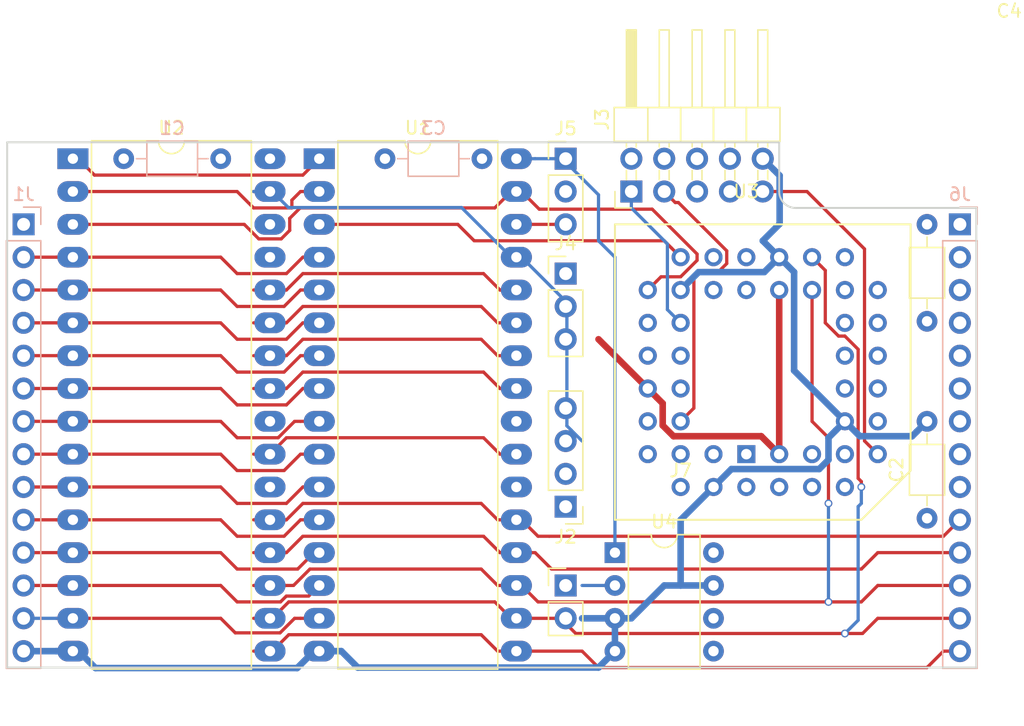
<source format=kicad_pcb>
(kicad_pcb (version 20221018) (generator pcbnew)
  (layers (0 "F.Cu" signal) (31 "B.Cu" signal) (34 "B.Paste" user) (35 "F.Paste" user) (36 "B.SilkS" user "B.Silkscreen") (37 "F.SilkS" user "F.Silkscreen") (38 "B.Mask" user) (39 "F.Mask" user) (44 "Edge.Cuts" user))
  (net 0 "")
  (net 1 "+5V")
  (net 2 "Net-(J1-Pad1)")
  (net 3 "/A12")
  (net 4 "/A7")
  (net 5 "/A6")
  (net 6 "/A5")
  (net 7 "/A4")
  (net 8 "/A3")
  (net 9 "/A2")
  (net 10 "/A1")
  (net 11 "/A0")
  (net 12 "/D0")
  (net 13 "/D1")
  (net 14 "/D2")
  (net 15 "/CLK")
  (net 16 "/Romsel")
  (net 17 "/We")
  (net 18 "/CsIn")
  (net 19 "/TCK")
  (net 20 "/TDO")
  (net 21 "/TMS")
  (net 22 "Net-(J3-Pad6)")
  (net 23 "Net-(J3-Pad7)")
  (net 24 "Net-(J3-Pad8)")
  (net 25 "/TDI")
  (net 26 "Net-(J4-Pad3)")
  (net 27 "/S18")
  (net 28 "/S17")
  (net 29 "Net-(J6-Pad2)")
  (net 30 "/A13")
  (net 31 "/A8")
  (net 32 "/A9")
  (net 33 "/A11")
  (net 34 "Net-(J6-Pad7)")
  (net 35 "/A10")
  (net 36 "Net-(J6-Pad9)")
  (net 37 "/D7")
  (net 38 "/D6")
  (net 39 "/D5")
  (net 40 "/D4")
  (net 41 "/D3")
  (net 42 "/S16")
  (net 43 "/S14")
  (net 44 "Net-(U1-Pad22)")
  (net 45 "/S15")
  (net 46 "Net-(U2-Pad22)")
  (net 47 "GND")
  (net 48 "VCC")
  (net 49 "Net-(U3-Pad6)")
  (net 50 "Net-(U3-Pad8)")
  (net 51 "Net-(U3-Pad9)")
  (net 52 "Net-(U3-Pad11)")
  (net 53 "Net-(U3-Pad12)")
  (net 54 "Net-(U3-Pad14)")
  (net 55 "Net-(U3-Pad26)")
  (net 56 "Net-(U3-Pad27)")
  (net 57 "Net-(U3-Pad33)")
  (net 58 "Net-(U3-Pad34)")
  (net 59 "Net-(U3-Pad36)")
  (net 60 "Net-(U3-Pad37)")
  (net 61 "Net-(U3-Pad39)")
  (net 62 "Net-(J7-Pad1)")
  (net 63 "Net-(U3-Pad41)")
  (net 64 "Net-(J4-Pad2)")
  (net 65 "/PIN30")
  (net 66 "Net-(C1-Pad1)")
  (net 67 "Net-(U3-Pad40)")
  (footprint "Capacitors_ThroughHole:C_Axial_L3.8mm_D2.6mm_P7.50mm_Horizontal" (layer "F.Cu") (at 181.61 129.42 90)
    (fp_text reference "C2" (at 3.75 -2.36 90) (layer "F.SilkS"))
    (fp_text value "C")
    (pad "1" thru_hole circle (at 0 0 90) (size 1.6 1.6) (drill 0.8) (layers "*.Cu" "*.Mask") (net 1 "+5V"))
    (pad "2" thru_hole oval (at 7.5 0 90) (size 1.6 1.6) (drill 0.8) (layers "*.Cu" "*.Mask") (net 47 "GND"))
  )
  (footprint "Capacitors_ThroughHole:C_Axial_L3.8mm_D2.6mm_P7.50mm_Horizontal" (layer "F.Cu") (at 181.61 106.68 -90)
    (fp_text reference "C4" (at -16.51 -6.35) (layer "F.SilkS"))
    (fp_text value "C")
    (pad "1" thru_hole circle (at 0 0 270) (size 1.6 1.6) (drill 0.8) (layers "*.Cu" "*.Mask") (net 1 "+5V"))
    (pad "2" thru_hole oval (at 7.5 0 270) (size 1.6 1.6) (drill 0.8) (layers "*.Cu" "*.Mask") (net 47 "GND"))
  )
  (footprint "Pin_Headers:Pin_Header_Straight_1x04_Pitch2.54mm" (layer "F.Cu") (at 153.67 128.524 180)
    (fp_text reference "J2" (at 0 -2.33 180) (layer "F.SilkS"))
    (fp_text value "CONN_01X04")
    (pad "1" thru_hole rect (at 0 0 180) (size 1.7 1.7) (drill 1) (layers "*.Cu" "*.Mask") (net 15 "/CLK"))
    (pad "2" thru_hole oval (at 0 2.54 180) (size 1.7 1.7) (drill 1) (layers "*.Cu" "*.Mask") (net 16 "/Romsel"))
    (pad "3" thru_hole oval (at 0 5.08 180) (size 1.7 1.7) (drill 1) (layers "*.Cu" "*.Mask") (net 17 "/We"))
    (pad "4" thru_hole oval (at 0 7.62 180) (size 1.7 1.7) (drill 1) (layers "*.Cu" "*.Mask") (net 18 "/CsIn"))
  )
  (footprint "Pin_Headers:Pin_Header_Angled_2x05_Pitch2.54mm" (layer "F.Cu") (at 158.75 104.14 90)
    (fp_text reference "J3" (at 5.585 -2.27 90) (layer "F.SilkS"))
    (fp_text value "CONN_02X05")
    (pad "1" thru_hole rect (at 0 0 90) (size 1.7 1.7) (drill 1) (layers "*.Cu" "*.Mask") (net 19 "/TCK"))
    (pad "2" thru_hole oval (at 2.54 0 90) (size 1.7 1.7) (drill 1) (layers "*.Cu" "*.Mask") (net 47 "GND"))
    (pad "3" thru_hole oval (at 0 2.54 90) (size 1.7 1.7) (drill 1) (layers "*.Cu" "*.Mask") (net 20 "/TDO"))
    (pad "4" thru_hole oval (at 2.54 2.54 90) (size 1.7 1.7) (drill 1) (layers "*.Cu" "*.Mask") (net 1 "+5V"))
    (pad "5" thru_hole oval (at 0 5.08 90) (size 1.7 1.7) (drill 1) (layers "*.Cu" "*.Mask") (net 21 "/TMS"))
    (pad "6" thru_hole oval (at 2.54 5.08 90) (size 1.7 1.7) (drill 1) (layers "*.Cu" "*.Mask") (net 22 "Net-(J3-Pad6)"))
    (pad "7" thru_hole oval (at 0 7.62 90) (size 1.7 1.7) (drill 1) (layers "*.Cu" "*.Mask") (net 23 "Net-(J3-Pad7)"))
    (pad "8" thru_hole oval (at 2.54 7.62 90) (size 1.7 1.7) (drill 1) (layers "*.Cu" "*.Mask") (net 24 "Net-(J3-Pad8)"))
    (pad "9" thru_hole oval (at 0 10.16 90) (size 1.7 1.7) (drill 1) (layers "*.Cu" "*.Mask") (net 25 "/TDI"))
    (pad "10" thru_hole oval (at 2.54 10.16 90) (size 1.7 1.7) (drill 1) (layers "*.Cu" "*.Mask") (net 47 "GND"))
  )
  (footprint "Pin_Headers:Pin_Header_Straight_1x03_Pitch2.54mm" (layer "F.Cu") (at 153.67 110.49)
    (fp_text reference "J4" (at 0 -2.33) (layer "F.SilkS"))
    (fp_text value "CONN_01X03")
    (pad "1" thru_hole rect (at 0 0) (size 1.7 1.7) (drill 1) (layers "*.Cu" "*.Mask") (net 17 "/We"))
    (pad "2" thru_hole oval (at 0 2.54) (size 1.7 1.7) (drill 1) (layers "*.Cu" "*.Mask") (net 64 "Net-(J4-Pad2)"))
    (pad "3" thru_hole oval (at 0 5.08) (size 1.7 1.7) (drill 1) (layers "*.Cu" "*.Mask") (net 26 "Net-(J4-Pad3)"))
  )
  (footprint "Pin_Headers:Pin_Header_Straight_1x03_Pitch2.54mm" (layer "F.Cu") (at 153.67 101.6)
    (fp_text reference "J5" (at 0 -2.33) (layer "F.SilkS"))
    (fp_text value "CONN_01X03")
    (pad "1" thru_hole rect (at 0 0) (size 1.7 1.7) (drill 1) (layers "*.Cu" "*.Mask") (net 1 "+5V"))
    (pad "2" thru_hole oval (at 0 2.54) (size 1.7 1.7) (drill 1) (layers "*.Cu" "*.Mask") (net 65 "/PIN30"))
    (pad "3" thru_hole oval (at 0 5.08) (size 1.7 1.7) (drill 1) (layers "*.Cu" "*.Mask") (net 28 "/S17"))
  )
  (footprint "Sockets:PLCC44" (layer "F.Cu") (at 168.91 118.11 90)
    (fp_text reference "U3" (at 13.97 -1.27 180) (layer "F.SilkS"))
    (fp_text value "ATF1502PLCC44")
    (pad "1" thru_hole rect (at -6.35 -1.27 90) (size 1.397 1.397) (drill 0.8128) (layers "*.Cu" "*.Mask") (net 18 "/CsIn"))
    (pad "2" thru_hole circle (at -8.89 1.27 90) (size 1.397 1.397) (drill 0.8128) (layers "*.Cu" "*.Mask") (net 34 "Net-(J6-Pad7)"))
    (pad "3" thru_hole circle (at -6.35 1.27 90) (size 1.397 1.397) (drill 0.8128) (layers "*.Cu" "*.Mask") (net 1 "+5V"))
    (pad "4" thru_hole circle (at -8.89 3.81 90) (size 1.397 1.397) (drill 0.8128) (layers "*.Cu" "*.Mask") (net 11 "/A0"))
    (pad "5" thru_hole circle (at -6.35 3.81 90) (size 1.397 1.397) (drill 0.8128) (layers "*.Cu" "*.Mask") (net 10 "/A1"))
    (pad "6" thru_hole circle (at -8.89 6.35 90) (size 1.397 1.397) (drill 0.8128) (layers "*.Cu" "*.Mask") (net 49 "Net-(U3-Pad6)"))
    (pad "7" thru_hole circle (at -6.35 8.89 90) (size 1.397 1.397) (drill 0.8128) (layers "*.Cu" "*.Mask") (net 25 "/TDI"))
    (pad "8" thru_hole circle (at -6.35 6.35 90) (size 1.397 1.397) (drill 0.8128) (layers "*.Cu" "*.Mask") (net 50 "Net-(U3-Pad8)"))
    (pad "9" thru_hole circle (at -3.81 8.89 90) (size 1.397 1.397) (drill 0.8128) (layers "*.Cu" "*.Mask") (net 51 "Net-(U3-Pad9)"))
    (pad "10" thru_hole circle (at -3.81 6.35 90) (size 1.397 1.397) (drill 0.8128) (layers "*.Cu" "*.Mask") (net 47 "GND"))
    (pad "11" thru_hole circle (at -1.27 8.89 90) (size 1.397 1.397) (drill 0.8128) (layers "*.Cu" "*.Mask") (net 52 "Net-(U3-Pad11)"))
    (pad "12" thru_hole circle (at -1.27 6.35 90) (size 1.397 1.397) (drill 0.8128) (layers "*.Cu" "*.Mask") (net 53 "Net-(U3-Pad12)"))
    (pad "13" thru_hole circle (at 1.27 8.89 90) (size 1.397 1.397) (drill 0.8128) (layers "*.Cu" "*.Mask") (net 21 "/TMS"))
    (pad "14" thru_hole circle (at 1.27 6.35 90) (size 1.397 1.397) (drill 0.8128) (layers "*.Cu" "*.Mask") (net 54 "Net-(U3-Pad14)"))
    (pad "15" thru_hole circle (at 3.81 8.89 90) (size 1.397 1.397) (drill 0.8128) (layers "*.Cu" "*.Mask") (net 1 "+5V"))
    (pad "16" thru_hole circle (at 3.81 6.35 90) (size 1.397 1.397) (drill 0.8128) (layers "*.Cu" "*.Mask") (net 12 "/D0"))
    (pad "17" thru_hole circle (at 6.35 8.89 90) (size 1.397 1.397) (drill 0.8128) (layers "*.Cu" "*.Mask") (net 13 "/D1"))
    (pad "18" thru_hole circle (at 8.89 6.35 90) (size 1.397 1.397) (drill 0.8128) (layers "*.Cu" "*.Mask") (net 14 "/D2"))
    (pad "19" thru_hole circle (at 6.35 6.35 90) (size 1.397 1.397) (drill 0.8128) (layers "*.Cu" "*.Mask") (net 41 "/D3"))
    (pad "20" thru_hole circle (at 8.89 3.81 90) (size 1.397 1.397) (drill 0.8128) (layers "*.Cu" "*.Mask") (net 40 "/D4"))
    (pad "21" thru_hole circle (at 6.35 3.81 90) (size 1.397 1.397) (drill 0.8128) (layers "*.Cu" "*.Mask") (net 39 "/D5"))
    (pad "22" thru_hole circle (at 8.89 1.27 90) (size 1.397 1.397) (drill 0.8128) (layers "*.Cu" "*.Mask") (net 47 "GND"))
    (pad "23" thru_hole circle (at 6.35 1.27 90) (size 1.397 1.397) (drill 0.8128) (layers "*.Cu" "*.Mask") (net 1 "+5V"))
    (pad "24" thru_hole circle (at 8.89 -1.27 90) (size 1.397 1.397) (drill 0.8128) (layers "*.Cu" "*.Mask") (net 38 "/D6"))
    (pad "25" thru_hole circle (at 6.35 -1.27 90) (size 1.397 1.397) (drill 0.8128) (layers "*.Cu" "*.Mask") (net 37 "/D7"))
    (pad "26" thru_hole circle (at 8.89 -3.81 90) (size 1.397 1.397) (drill 0.8128) (layers "*.Cu" "*.Mask") (net 55 "Net-(U3-Pad26)"))
    (pad "27" thru_hole circle (at 6.35 -3.81 90) (size 1.397 1.397) (drill 0.8128) (layers "*.Cu" "*.Mask") (net 56 "Net-(U3-Pad27)"))
    (pad "28" thru_hole circle (at 8.89 -6.35 90) (size 1.397 1.397) (drill 0.8128) (layers "*.Cu" "*.Mask") (net 43 "/S14"))
    (pad "29" thru_hole circle (at 6.35 -8.89 90) (size 1.397 1.397) (drill 0.8128) (layers "*.Cu" "*.Mask") (net 45 "/S15"))
    (pad "30" thru_hole circle (at 6.35 -6.35 90) (size 1.397 1.397) (drill 0.8128) (layers "*.Cu" "*.Mask") (net 47 "GND"))
    (pad "31" thru_hole circle (at 3.81 -8.89 90) (size 1.397 1.397) (drill 0.8128) (layers "*.Cu" "*.Mask") (net 42 "/S16"))
    (pad "32" thru_hole circle (at 3.81 -6.35 90) (size 1.397 1.397) (drill 0.8128) (layers "*.Cu" "*.Mask") (net 19 "/TCK"))
    (pad "33" thru_hole circle (at 1.27 -8.89 90) (size 1.397 1.397) (drill 0.8128) (layers "*.Cu" "*.Mask") (net 57 "Net-(U3-Pad33)"))
    (pad "34" thru_hole circle (at 1.27 -6.35 90) (size 1.397 1.397) (drill 0.8128) (layers "*.Cu" "*.Mask") (net 58 "Net-(U3-Pad34)"))
    (pad "35" thru_hole circle (at -1.27 -8.89 90) (size 1.397 1.397) (drill 0.8128) (layers "*.Cu" "*.Mask") (net 1 "+5V"))
    (pad "36" thru_hole circle (at -1.27 -6.35 90) (size 1.397 1.397) (drill 0.8128) (layers "*.Cu" "*.Mask") (net 59 "Net-(U3-Pad36)"))
    (pad "37" thru_hole circle (at -3.81 -8.89 90) (size 1.397 1.397) (drill 0.8128) (layers "*.Cu" "*.Mask") (net 60 "Net-(U3-Pad37)"))
    (pad "38" thru_hole circle (at -3.81 -6.35 90) (size 1.397 1.397) (drill 0.8128) (layers "*.Cu" "*.Mask") (net 20 "/TDO"))
    (pad "39" thru_hole circle (at -6.35 -8.89 90) (size 1.397 1.397) (drill 0.8128) (layers "*.Cu" "*.Mask") (net 61 "Net-(U3-Pad39)"))
    (pad "40" thru_hole circle (at -8.89 -6.35 90) (size 1.397 1.397) (drill 0.8128) (layers "*.Cu" "*.Mask") (net 67 "Net-(U3-Pad40)"))
    (pad "41" thru_hole circle (at -6.35 -6.35 90) (size 1.397 1.397) (drill 0.8128) (layers "*.Cu" "*.Mask") (net 63 "Net-(U3-Pad41)"))
    (pad "42" thru_hole circle (at -8.89 -3.81 90) (size 1.397 1.397) (drill 0.8128) (layers "*.Cu" "*.Mask") (net 47 "GND"))
    (pad "43" thru_hole circle (at -6.35 -3.81 90) (size 1.397 1.397) (drill 0.8128) (layers "*.Cu" "*.Mask") (net 15 "/CLK"))
    (pad "44" thru_hole circle (at -8.89 -1.27 90) (size 1.397 1.397) (drill 0.8128) (layers "*.Cu" "*.Mask") (net 16 "/Romsel"))
  )
  (footprint "Housings_DIP:DIP-32_W15.24mm_LongPads" (layer "F.Cu") (at 134.62 101.6)
    (fp_text reference "U1" (at 7.62 -2.39) (layer "F.SilkS"))
    (fp_text value "AS6C4008-55SIN")
    (pad "1" thru_hole rect (at 0 0) (size 2.4 1.6) (drill 0.8) (layers "*.Cu" "*.Mask") (net 27 "/S18"))
    (pad "2" thru_hole oval (at 0 2.54) (size 2.4 1.6) (drill 0.8) (layers "*.Cu" "*.Mask") (net 42 "/S16"))
    (pad "3" thru_hole oval (at 0 5.08) (size 2.4 1.6) (drill 0.8) (layers "*.Cu" "*.Mask") (net 43 "/S14"))
    (pad "4" thru_hole oval (at 0 7.62) (size 2.4 1.6) (drill 0.8) (layers "*.Cu" "*.Mask") (net 3 "/A12"))
    (pad "5" thru_hole oval (at 0 10.16) (size 2.4 1.6) (drill 0.8) (layers "*.Cu" "*.Mask") (net 4 "/A7"))
    (pad "6" thru_hole oval (at 0 12.7) (size 2.4 1.6) (drill 0.8) (layers "*.Cu" "*.Mask") (net 5 "/A6"))
    (pad "7" thru_hole oval (at 0 15.24) (size 2.4 1.6) (drill 0.8) (layers "*.Cu" "*.Mask") (net 6 "/A5"))
    (pad "8" thru_hole oval (at 0 17.78) (size 2.4 1.6) (drill 0.8) (layers "*.Cu" "*.Mask") (net 7 "/A4"))
    (pad "9" thru_hole oval (at 0 20.32) (size 2.4 1.6) (drill 0.8) (layers "*.Cu" "*.Mask") (net 8 "/A3"))
    (pad "10" thru_hole oval (at 0 22.86) (size 2.4 1.6) (drill 0.8) (layers "*.Cu" "*.Mask") (net 9 "/A2"))
    (pad "11" thru_hole oval (at 0 25.4) (size 2.4 1.6) (drill 0.8) (layers "*.Cu" "*.Mask") (net 10 "/A1"))
    (pad "12" thru_hole oval (at 0 27.94) (size 2.4 1.6) (drill 0.8) (layers "*.Cu" "*.Mask") (net 11 "/A0"))
    (pad "13" thru_hole oval (at 0 30.48) (size 2.4 1.6) (drill 0.8) (layers "*.Cu" "*.Mask") (net 12 "/D0"))
    (pad "14" thru_hole oval (at 0 33.02) (size 2.4 1.6) (drill 0.8) (layers "*.Cu" "*.Mask") (net 13 "/D1"))
    (pad "15" thru_hole oval (at 0 35.56) (size 2.4 1.6) (drill 0.8) (layers "*.Cu" "*.Mask") (net 14 "/D2"))
    (pad "16" thru_hole oval (at 0 38.1) (size 2.4 1.6) (drill 0.8) (layers "*.Cu" "*.Mask") (net 47 "GND"))
    (pad "17" thru_hole oval (at 15.24 38.1) (size 2.4 1.6) (drill 0.8) (layers "*.Cu" "*.Mask") (net 41 "/D3"))
    (pad "18" thru_hole oval (at 15.24 35.56) (size 2.4 1.6) (drill 0.8) (layers "*.Cu" "*.Mask") (net 40 "/D4"))
    (pad "19" thru_hole oval (at 15.24 33.02) (size 2.4 1.6) (drill 0.8) (layers "*.Cu" "*.Mask") (net 39 "/D5"))
    (pad "20" thru_hole oval (at 15.24 30.48) (size 2.4 1.6) (drill 0.8) (layers "*.Cu" "*.Mask") (net 38 "/D6"))
    (pad "21" thru_hole oval (at 15.24 27.94) (size 2.4 1.6) (drill 0.8) (layers "*.Cu" "*.Mask") (net 37 "/D7"))
    (pad "22" thru_hole oval (at 15.24 25.4) (size 2.4 1.6) (drill 0.8) (layers "*.Cu" "*.Mask") (net 44 "Net-(U1-Pad22)"))
    (pad "23" thru_hole oval (at 15.24 22.86) (size 2.4 1.6) (drill 0.8) (layers "*.Cu" "*.Mask") (net 35 "/A10"))
    (pad "24" thru_hole oval (at 15.24 20.32) (size 2.4 1.6) (drill 0.8) (layers "*.Cu" "*.Mask") (net 34 "Net-(J6-Pad7)"))
    (pad "25" thru_hole oval (at 15.24 17.78) (size 2.4 1.6) (drill 0.8) (layers "*.Cu" "*.Mask") (net 33 "/A11"))
    (pad "26" thru_hole oval (at 15.24 15.24) (size 2.4 1.6) (drill 0.8) (layers "*.Cu" "*.Mask") (net 32 "/A9"))
    (pad "27" thru_hole oval (at 15.24 12.7) (size 2.4 1.6) (drill 0.8) (layers "*.Cu" "*.Mask") (net 31 "/A8"))
    (pad "28" thru_hole oval (at 15.24 10.16) (size 2.4 1.6) (drill 0.8) (layers "*.Cu" "*.Mask") (net 30 "/A13"))
    (pad "29" thru_hole oval (at 15.24 7.62) (size 2.4 1.6) (drill 0.8) (layers "*.Cu" "*.Mask") (net 17 "/We"))
    (pad "30" thru_hole oval (at 15.24 5.08) (size 2.4 1.6) (drill 0.8) (layers "*.Cu" "*.Mask") (net 28 "/S17"))
    (pad "31" thru_hole oval (at 15.24 2.54) (size 2.4 1.6) (drill 0.8) (layers "*.Cu" "*.Mask") (net 45 "/S15"))
    (pad "32" thru_hole oval (at 15.24 0) (size 2.4 1.6) (drill 0.8) (layers "*.Cu" "*.Mask") (net 66 "Net-(C1-Pad1)"))
  )
  (footprint "Housings_DIP:DIP-32_W15.24mm_LongPads" (layer "F.Cu") (at 115.57 101.6)
    (fp_text reference "U2" (at 7.62 -2.39) (layer "F.SilkS"))
    (fp_text value "SST39SF040")
    (pad "1" thru_hole rect (at 0 0) (size 2.4 1.6) (drill 0.8) (layers "*.Cu" "*.Mask") (net 27 "/S18"))
    (pad "2" thru_hole oval (at 0 2.54) (size 2.4 1.6) (drill 0.8) (layers "*.Cu" "*.Mask") (net 42 "/S16"))
    (pad "3" thru_hole oval (at 0 5.08) (size 2.4 1.6) (drill 0.8) (layers "*.Cu" "*.Mask") (net 45 "/S15"))
    (pad "4" thru_hole oval (at 0 7.62) (size 2.4 1.6) (drill 0.8) (layers "*.Cu" "*.Mask") (net 3 "/A12"))
    (pad "5" thru_hole oval (at 0 10.16) (size 2.4 1.6) (drill 0.8) (layers "*.Cu" "*.Mask") (net 4 "/A7"))
    (pad "6" thru_hole oval (at 0 12.7) (size 2.4 1.6) (drill 0.8) (layers "*.Cu" "*.Mask") (net 5 "/A6"))
    (pad "7" thru_hole oval (at 0 15.24) (size 2.4 1.6) (drill 0.8) (layers "*.Cu" "*.Mask") (net 6 "/A5"))
    (pad "8" thru_hole oval (at 0 17.78) (size 2.4 1.6) (drill 0.8) (layers "*.Cu" "*.Mask") (net 7 "/A4"))
    (pad "9" thru_hole oval (at 0 20.32) (size 2.4 1.6) (drill 0.8) (layers "*.Cu" "*.Mask") (net 8 "/A3"))
    (pad "10" thru_hole oval (at 0 22.86) (size 2.4 1.6) (drill 0.8) (layers "*.Cu" "*.Mask") (net 9 "/A2"))
    (pad "11" thru_hole oval (at 0 25.4) (size 2.4 1.6) (drill 0.8) (layers "*.Cu" "*.Mask") (net 10 "/A1"))
    (pad "12" thru_hole oval (at 0 27.94) (size 2.4 1.6) (drill 0.8) (layers "*.Cu" "*.Mask") (net 11 "/A0"))
    (pad "13" thru_hole oval (at 0 30.48) (size 2.4 1.6) (drill 0.8) (layers "*.Cu" "*.Mask") (net 12 "/D0"))
    (pad "14" thru_hole oval (at 0 33.02) (size 2.4 1.6) (drill 0.8) (layers "*.Cu" "*.Mask") (net 13 "/D1"))
    (pad "15" thru_hole oval (at 0 35.56) (size 2.4 1.6) (drill 0.8) (layers "*.Cu" "*.Mask") (net 14 "/D2"))
    (pad "16" thru_hole oval (at 0 38.1) (size 2.4 1.6) (drill 0.8) (layers "*.Cu" "*.Mask") (net 47 "GND"))
    (pad "17" thru_hole oval (at 15.24 38.1) (size 2.4 1.6) (drill 0.8) (layers "*.Cu" "*.Mask") (net 41 "/D3"))
    (pad "18" thru_hole oval (at 15.24 35.56) (size 2.4 1.6) (drill 0.8) (layers "*.Cu" "*.Mask") (net 40 "/D4"))
    (pad "19" thru_hole oval (at 15.24 33.02) (size 2.4 1.6) (drill 0.8) (layers "*.Cu" "*.Mask") (net 39 "/D5"))
    (pad "20" thru_hole oval (at 15.24 30.48) (size 2.4 1.6) (drill 0.8) (layers "*.Cu" "*.Mask") (net 38 "/D6"))
    (pad "21" thru_hole oval (at 15.24 27.94) (size 2.4 1.6) (drill 0.8) (layers "*.Cu" "*.Mask") (net 37 "/D7"))
    (pad "22" thru_hole oval (at 15.24 25.4) (size 2.4 1.6) (drill 0.8) (layers "*.Cu" "*.Mask") (net 46 "Net-(U2-Pad22)"))
    (pad "23" thru_hole oval (at 15.24 22.86) (size 2.4 1.6) (drill 0.8) (layers "*.Cu" "*.Mask") (net 35 "/A10"))
    (pad "24" thru_hole oval (at 15.24 20.32) (size 2.4 1.6) (drill 0.8) (layers "*.Cu" "*.Mask") (net 34 "Net-(J6-Pad7)"))
    (pad "25" thru_hole oval (at 15.24 17.78) (size 2.4 1.6) (drill 0.8) (layers "*.Cu" "*.Mask") (net 33 "/A11"))
    (pad "26" thru_hole oval (at 15.24 15.24) (size 2.4 1.6) (drill 0.8) (layers "*.Cu" "*.Mask") (net 32 "/A9"))
    (pad "27" thru_hole oval (at 15.24 12.7) (size 2.4 1.6) (drill 0.8) (layers "*.Cu" "*.Mask") (net 31 "/A8"))
    (pad "28" thru_hole oval (at 15.24 10.16) (size 2.4 1.6) (drill 0.8) (layers "*.Cu" "*.Mask") (net 30 "/A13"))
    (pad "29" thru_hole oval (at 15.24 7.62) (size 2.4 1.6) (drill 0.8) (layers "*.Cu" "*.Mask") (net 64 "Net-(J4-Pad2)"))
    (pad "30" thru_hole oval (at 15.24 5.08) (size 2.4 1.6) (drill 0.8) (layers "*.Cu" "*.Mask") (net 65 "/PIN30"))
    (pad "31" thru_hole oval (at 15.24 2.54) (size 2.4 1.6) (drill 0.8) (layers "*.Cu" "*.Mask") (net 17 "/We"))
    (pad "32" thru_hole oval (at 15.24 0) (size 2.4 1.6) (drill 0.8) (layers "*.Cu" "*.Mask") (net 48 "VCC"))
  )
  (footprint "Pin_Headers:Pin_Header_Straight_1x02_Pitch2.54mm" (layer "F.Cu") (at 153.67 134.62)
    (fp_text reference "J7" (at 8.89 -8.89) (layer "F.SilkS"))
    (fp_text value "CONN_01X02")
    (pad "1" thru_hole rect (at 0 0) (size 1.7 1.7) (drill 1) (layers "*.Cu" "*.Mask") (net 62 "Net-(J7-Pad1)"))
    (pad "2" thru_hole oval (at 0 2.54) (size 1.7 1.7) (drill 1) (layers "*.Cu" "*.Mask") (net 47 "GND"))
  )
  (footprint "Housings_DIP:DIP-8_W7.62mm" (layer "F.Cu") (at 157.48 132.08)
    (fp_text reference "U4" (at 3.81 -2.39) (layer "F.SilkS"))
    (fp_text value "DS1210")
    (pad "1" thru_hole rect (at 0 0) (size 1.6 1.6) (drill 0.8) (layers "*.Cu" "*.Mask") (net 66 "Net-(C1-Pad1)"))
    (pad "2" thru_hole oval (at 0 2.54) (size 1.6 1.6) (drill 0.8) (layers "*.Cu" "*.Mask") (net 62 "Net-(J7-Pad1)"))
    (pad "3" thru_hole oval (at 0 5.08) (size 1.6 1.6) (drill 0.8) (layers "*.Cu" "*.Mask") (net 47 "GND"))
    (pad "4" thru_hole oval (at 0 7.62) (size 1.6 1.6) (drill 0.8) (layers "*.Cu" "*.Mask") (net 47 "GND"))
    (pad "5" thru_hole oval (at 7.62 7.62) (size 1.6 1.6) (drill 0.8) (layers "*.Cu" "*.Mask") (net 63 "Net-(U3-Pad41)"))
    (pad "6" thru_hole oval (at 7.62 5.08) (size 1.6 1.6) (drill 0.8) (layers "*.Cu" "*.Mask") (net 44 "Net-(U1-Pad22)"))
    (pad "7" thru_hole oval (at 7.62 2.54) (size 1.6 1.6) (drill 0.8) (layers "*.Cu" "*.Mask") (net 47 "GND"))
    (pad "8" thru_hole oval (at 7.62 0) (size 1.6 1.6) (drill 0.8) (layers "*.Cu" "*.Mask") (net 48 "VCC"))
  )
  (footprint "Capacitors_ThroughHole:C_Axial_L3.8mm_D2.6mm_P7.50mm_Horizontal" (layer "B.Cu") (at 127 101.6 180)
    (fp_text reference "C1" (at 3.75 2.36 180) (layer "B.SilkS") (effects (justify mirror)))
    (fp_text value "C")
    (pad "1" thru_hole circle (at 0 0 180) (size 1.6 1.6) (drill 0.8) (layers "*.Cu" "*.Mask") (net 66 "Net-(C1-Pad1)"))
    (pad "2" thru_hole oval (at 7.5 0 180) (size 1.6 1.6) (drill 0.8) (layers "*.Cu" "*.Mask") (net 47 "GND"))
  )
  (footprint "Capacitors_ThroughHole:C_Axial_L3.8mm_D2.6mm_P7.50mm_Horizontal" (layer "B.Cu") (at 147.2 101.6 180)
    (fp_text reference "C3" (at 3.75 2.36 180) (layer "B.SilkS") (effects (justify mirror)))
    (fp_text value "C")
    (pad "1" thru_hole circle (at 0 0 180) (size 1.6 1.6) (drill 0.8) (layers "*.Cu" "*.Mask") (net 1 "+5V"))
    (pad "2" thru_hole oval (at 7.5 0 180) (size 1.6 1.6) (drill 0.8) (layers "*.Cu" "*.Mask") (net 47 "GND"))
  )
  (footprint "Pin_Headers:Pin_Header_Straight_1x14_Pitch2.54mm" (layer "B.Cu") (at 111.76 106.68 180)
    (fp_text reference "J1" (at 0 2.33 180) (layer "B.SilkS") (effects (justify mirror)))
    (fp_text value "CONN_01X14")
    (pad "1" thru_hole rect (at 0 0 180) (size 1.7 1.7) (drill 1) (layers "*.Cu" "*.Mask") (net 2 "Net-(J1-Pad1)"))
    (pad "2" thru_hole oval (at 0 -2.54 180) (size 1.7 1.7) (drill 1) (layers "*.Cu" "*.Mask") (net 3 "/A12"))
    (pad "3" thru_hole oval (at 0 -5.08 180) (size 1.7 1.7) (drill 1) (layers "*.Cu" "*.Mask") (net 4 "/A7"))
    (pad "4" thru_hole oval (at 0 -7.62 180) (size 1.7 1.7) (drill 1) (layers "*.Cu" "*.Mask") (net 5 "/A6"))
    (pad "5" thru_hole oval (at 0 -10.16 180) (size 1.7 1.7) (drill 1) (layers "*.Cu" "*.Mask") (net 6 "/A5"))
    (pad "6" thru_hole oval (at 0 -12.7 180) (size 1.7 1.7) (drill 1) (layers "*.Cu" "*.Mask") (net 7 "/A4"))
    (pad "7" thru_hole oval (at 0 -15.24 180) (size 1.7 1.7) (drill 1) (layers "*.Cu" "*.Mask") (net 8 "/A3"))
    (pad "8" thru_hole oval (at 0 -17.78 180) (size 1.7 1.7) (drill 1) (layers "*.Cu" "*.Mask") (net 9 "/A2"))
    (pad "9" thru_hole oval (at 0 -20.32 180) (size 1.7 1.7) (drill 1) (layers "*.Cu" "*.Mask") (net 10 "/A1"))
    (pad "10" thru_hole oval (at 0 -22.86 180) (size 1.7 1.7) (drill 1) (layers "*.Cu" "*.Mask") (net 11 "/A0"))
    (pad "11" thru_hole oval (at 0 -25.4 180) (size 1.7 1.7) (drill 1) (layers "*.Cu" "*.Mask") (net 12 "/D0"))
    (pad "12" thru_hole oval (at 0 -27.94 180) (size 1.7 1.7) (drill 1) (layers "*.Cu" "*.Mask") (net 13 "/D1"))
    (pad "13" thru_hole oval (at 0 -30.48 180) (size 1.7 1.7) (drill 1) (layers "*.Cu" "*.Mask") (net 14 "/D2"))
    (pad "14" thru_hole oval (at 0 -33.02 180) (size 1.7 1.7) (drill 1) (layers "*.Cu" "*.Mask") (net 47 "GND"))
  )
  (footprint "Pin_Headers:Pin_Header_Straight_1x14_Pitch2.54mm" (layer "B.Cu") (at 184.15 106.68 180)
    (fp_text reference "J6" (at 0 2.33 180) (layer "B.SilkS") (effects (justify mirror)))
    (fp_text value "CONN_01X14")
    (pad "1" thru_hole rect (at 0 0 180) (size 1.7 1.7) (drill 1) (layers "*.Cu" "*.Mask") (net 1 "+5V"))
    (pad "2" thru_hole oval (at 0 -2.54 180) (size 1.7 1.7) (drill 1) (layers "*.Cu" "*.Mask") (net 29 "Net-(J6-Pad2)"))
    (pad "3" thru_hole oval (at 0 -5.08 180) (size 1.7 1.7) (drill 1) (layers "*.Cu" "*.Mask") (net 30 "/A13"))
    (pad "4" thru_hole oval (at 0 -7.62 180) (size 1.7 1.7) (drill 1) (layers "*.Cu" "*.Mask") (net 31 "/A8"))
    (pad "5" thru_hole oval (at 0 -10.16 180) (size 1.7 1.7) (drill 1) (layers "*.Cu" "*.Mask") (net 32 "/A9"))
    (pad "6" thru_hole oval (at 0 -12.7 180) (size 1.7 1.7) (drill 1) (layers "*.Cu" "*.Mask") (net 33 "/A11"))
    (pad "7" thru_hole oval (at 0 -15.24 180) (size 1.7 1.7) (drill 1) (layers "*.Cu" "*.Mask") (net 34 "Net-(J6-Pad7)"))
    (pad "8" thru_hole oval (at 0 -17.78 180) (size 1.7 1.7) (drill 1) (layers "*.Cu" "*.Mask") (net 35 "/A10"))
    (pad "9" thru_hole oval (at 0 -20.32 180) (size 1.7 1.7) (drill 1) (layers "*.Cu" "*.Mask") (net 36 "Net-(J6-Pad9)"))
    (pad "10" thru_hole oval (at 0 -22.86 180) (size 1.7 1.7) (drill 1) (layers "*.Cu" "*.Mask") (net 37 "/D7"))
    (pad "11" thru_hole oval (at 0 -25.4 180) (size 1.7 1.7) (drill 1) (layers "*.Cu" "*.Mask") (net 38 "/D6"))
    (pad "12" thru_hole oval (at 0 -27.94 180) (size 1.7 1.7) (drill 1) (layers "*.Cu" "*.Mask") (net 39 "/D5"))
    (pad "13" thru_hole oval (at 0 -30.48 180) (size 1.7 1.7) (drill 1) (layers "*.Cu" "*.Mask") (net 40 "/D4"))
    (pad "14" thru_hole oval (at 0 -33.02 180) (size 1.7 1.7) (drill 1) (layers "*.Cu" "*.Mask") (net 41 "/D3"))
  )
  (gr_line (start 185.42 140.97) (end 185.42 105.41) (stroke (width 0.15)) (layer "Edge.Cuts"))
  (gr_line (start 110.49 100.33) (end 110.49 140.97) (stroke (width 0.15)) (layer "Edge.Cuts"))
  (gr_line (start 185.42 105.41) (end 171.45 105.41) (stroke (width 0.15)) (layer "Edge.Cuts"))
  (gr_line (start 170.18 100.33) (end 110.49 100.33) (stroke (width 0.15)) (layer "Edge.Cuts"))
  (gr_line (start 170.18 100.33) (end 170.18 104.14) (stroke (width 0.15)) (layer "Edge.Cuts"))
  (gr_arc (start 171.45 105.41) (mid 170.551974 105.038026) (end 170.18 104.14) (stroke (width 0.15)) (layer "Edge.Cuts"))
  (gr_line (start 110.49 140.97) (end 185.42 140.97) (stroke (width 0.15)) (layer "Edge.Cuts"))
  (segment (start 170.18 124.46) (end 168.792501 123.072501) (width 0.508) (layer "F.Cu") (net 1))
  (segment (start 168.792501 123.072501) (end 162.006799 123.072501) (width 0.508) (layer "F.Cu") (net 1))
  (segment (start 161.172501 120.532501) (end 160.718499 120.078499) (width 0.508) (layer "F.Cu") (net 1))
  (segment (start 162.006799 123.072501) (end 161.172501 122.238203) (width 0.508) (layer "F.Cu") (net 1))
  (segment (start 160.02 119.38) (end 156.21 115.57) (width 0.508) (layer "F.Cu") (net 1))
  (segment (start 161.172501 122.238203) (end 161.172501 120.532501) (width 0.508) (layer "F.Cu") (net 1))
  (segment (start 160.718499 120.078499) (end 160.02 119.38) (width 0.508) (layer "F.Cu") (net 1))
  (segment (start 170.18 111.76) (end 170.18 124.46) (width 0.508) (layer "F.Cu") (net 1))
  (segment (start 153.415002 101.6) (end 151.31 101.6) (width 0.25) (layer "B.Cu") (net 1))
  (segment (start 156.21 107.95) (end 156.21 104.394998) (width 0.25) (layer "B.Cu") (net 1))
  (segment (start 157.48 109.22) (end 156.21 107.95) (width 0.25) (layer "B.Cu") (net 1))
  (segment (start 156.21 104.394998) (end 153.415002 101.6) (width 0.25) (layer "B.Cu") (net 1))
  (segment (start 128.27 110.49) (end 132.08 110.49) (width 0.25) (layer "F.Cu") (net 3))
  (segment (start 132.08 110.49) (end 133.35 109.22) (width 0.25) (layer "F.Cu") (net 3))
  (segment (start 111.76 109.22) (end 114.3 109.22) (width 0.25) (layer "F.Cu") (net 3))
  (segment (start 127 109.22) (end 128.27 110.49) (width 0.25) (layer "F.Cu") (net 3))
  (segment (start 133.35 109.22) (end 134.62 109.22) (width 0.25) (layer "F.Cu") (net 3))
  (segment (start 114.3 109.22) (end 127 109.22) (width 0.25) (layer "F.Cu") (net 3))
  (segment (start 114.3 111.76) (end 127 111.76) (width 0.25) (layer "F.Cu") (net 4))
  (segment (start 133.17 111.76) (end 134.62 111.76) (width 0.25) (layer "F.Cu") (net 4))
  (segment (start 127 111.76) (end 128.27 113.03) (width 0.25) (layer "F.Cu") (net 4))
  (segment (start 111.76 111.76) (end 114.3 111.76) (width 0.25) (layer "F.Cu") (net 4))
  (segment (start 131.9 113.03) (end 133.17 111.76) (width 0.25) (layer "F.Cu") (net 4))
  (segment (start 128.27 113.03) (end 131.9 113.03) (width 0.25) (layer "F.Cu") (net 4))
  (segment (start 132.08 115.57) (end 133.35 114.3) (width 0.25) (layer "F.Cu") (net 5))
  (segment (start 114.3 114.3) (end 127 114.3) (width 0.25) (layer "F.Cu") (net 5))
  (segment (start 133.35 114.3) (end 134.62 114.3) (width 0.25) (layer "F.Cu") (net 5))
  (segment (start 127 114.3) (end 128.27 115.57) (width 0.25) (layer "F.Cu") (net 5))
  (segment (start 128.27 115.57) (end 132.08 115.57) (width 0.25) (layer "F.Cu") (net 5))
  (segment (start 111.76 114.3) (end 114.3 114.3) (width 0.25) (layer "F.Cu") (net 5))
  (segment (start 131.9 118.11) (end 133.17 116.84) (width 0.25) (layer "F.Cu") (net 6))
  (segment (start 127 116.84) (end 128.27 118.11) (width 0.25) (layer "F.Cu") (net 6))
  (segment (start 128.27 118.11) (end 131.9 118.11) (width 0.25) (layer "F.Cu") (net 6))
  (segment (start 133.17 116.84) (end 134.62 116.84) (width 0.25) (layer "F.Cu") (net 6))
  (segment (start 114.3 116.84) (end 127 116.84) (width 0.25) (layer "F.Cu") (net 6))
  (segment (start 111.76 116.84) (end 114.3 116.84) (width 0.25) (layer "F.Cu") (net 6))
  (segment (start 111.76 119.38) (end 114.3 119.38) (width 0.25) (layer "F.Cu") (net 7))
  (segment (start 114.3 119.38) (end 127 119.38) (width 0.25) (layer "F.Cu") (net 7))
  (segment (start 132.08 120.65) (end 133.35 119.38) (width 0.25) (layer "F.Cu") (net 7))
  (segment (start 128.27 120.65) (end 132.08 120.65) (width 0.25) (layer "F.Cu") (net 7))
  (segment (start 127 119.38) (end 128.27 120.65) (width 0.25) (layer "F.Cu") (net 7))
  (segment (start 133.35 119.38) (end 134.62 119.38) (width 0.25) (layer "F.Cu") (net 7))
  (segment (start 133.17 121.92) (end 134.62 121.92) (width 0.25) (layer "F.Cu") (net 8))
  (segment (start 127 121.92) (end 128.27 123.19) (width 0.25) (layer "F.Cu") (net 8))
  (segment (start 132.713589 121.92) (end 133.17 121.92) (width 0.25) (layer "F.Cu") (net 8))
  (segment (start 128.27 123.19) (end 131.443589 123.19) (width 0.25) (layer "F.Cu") (net 8))
  (segment (start 131.443589 123.19) (end 132.713589 121.92) (width 0.25) (layer "F.Cu") (net 8))
  (segment (start 111.76 121.92) (end 114.3 121.92) (width 0.25) (layer "F.Cu") (net 8))
  (segment (start 114.3 121.92) (end 127 121.92) (width 0.25) (layer "F.Cu") (net 8))
  (segment (start 111.76 124.46) (end 114.3 124.46) (width 0.25) (layer "F.Cu") (net 9))
  (segment (start 114.3 124.46) (end 127 124.46) (width 0.25) (layer "F.Cu") (net 9))
  (segment (start 131.9 125.73) (end 133.17 124.46) (width 0.25) (layer "F.Cu") (net 9))
  (segment (start 127 124.46) (end 128.27 125.73) (width 0.25) (layer "F.Cu") (net 9))
  (segment (start 128.27 125.73) (end 131.9 125.73) (width 0.25) (layer "F.Cu") (net 9))
  (segment (start 133.17 124.46) (end 134.62 124.46) (width 0.25) (layer "F.Cu") (net 9))
  (segment (start 133.35 127) (end 134.62 127) (width 0.25) (layer "F.Cu") (net 10))
  (segment (start 127 127) (end 128.27 128.27) (width 0.25) (layer "F.Cu") (net 10))
  (segment (start 128.27 128.27) (end 132.08 128.27) (width 0.25) (layer "F.Cu") (net 10))
  (segment (start 132.08 128.27) (end 133.35 127) (width 0.25) (layer "F.Cu") (net 10))
  (segment (start 111.76 127) (end 114.3 127) (width 0.25) (layer "F.Cu") (net 10))
  (segment (start 114.3 127) (end 127 127) (width 0.25) (layer "F.Cu") (net 10))
  (segment (start 114.3 129.54) (end 127 129.54) (width 0.25) (layer "F.Cu") (net 11))
  (segment (start 111.76 129.54) (end 114.3 129.54) (width 0.25) (layer "F.Cu") (net 11))
  (segment (start 127 129.54) (end 128.27 130.81) (width 0.25) (layer "F.Cu") (net 11))
  (segment (start 133.17 129.54) (end 134.62 129.54) (width 0.25) (layer "F.Cu") (net 11))
  (segment (start 128.27 130.81) (end 131.9 130.81) (width 0.25) (layer "F.Cu") (net 11))
  (segment (start 131.9 130.81) (end 133.17 129.54) (width 0.25) (layer "F.Cu") (net 11))
  (segment (start 111.76 132.08) (end 114.3 132.08) (width 0.25) (layer "F.Cu") (net 12))
  (segment (start 128.27 133.35) (end 132.95 133.35) (width 0.25) (layer "F.Cu") (net 12))
  (segment (start 127 132.08) (end 128.27 133.35) (width 0.25) (layer "F.Cu") (net 12))
  (segment (start 132.95 133.35) (end 134.22 132.08) (width 0.25) (layer "F.Cu") (net 12))
  (segment (start 134.22 132.08) (end 134.62 132.08) (width 0.25) (layer "F.Cu") (net 12))
  (segment (start 114.3 132.08) (end 127 132.08) (width 0.25) (layer "F.Cu") (net 12))
  (segment (start 132.0736 135.439989) (end 133.800011 135.439989) (width 0.25) (layer "F.Cu") (net 13))
  (segment (start 111.76 134.62) (end 114.3 134.62) (width 0.25) (layer "F.Cu") (net 13))
  (segment (start 131.62359 135.89) (end 132.0736 135.439989) (width 0.25) (layer "F.Cu") (net 13))
  (segment (start 133.800011 135.439989) (end 134.62 134.62) (width 0.25) (layer "F.Cu") (net 13))
  (segment (start 128.27 135.89) (end 131.62359 135.89) (width 0.25) (layer "F.Cu") (net 13))
  (segment (start 114.3 134.62) (end 127 134.62) (width 0.25) (layer "F.Cu") (net 13))
  (segment (start 127 134.62) (end 128.27 135.89) (width 0.25) (layer "F.Cu") (net 13))
  (segment (start 132.713589 137.16) (end 133.17 137.16) (width 0.25) (layer "F.Cu") (net 14))
  (segment (start 128.12501 138.28501) (end 131.588579 138.28501) (width 0.25) (layer "F.Cu") (net 14))
  (segment (start 133.17 137.16) (end 134.62 137.16) (width 0.25) (layer "F.Cu") (net 14))
  (segment (start 127 137.16) (end 128.12501 138.28501) (width 0.25) (layer "F.Cu") (net 14))
  (segment (start 114.3 137.16) (end 127 137.16) (width 0.25) (layer "F.Cu") (net 14))
  (segment (start 131.588579 138.28501) (end 132.713589 137.16) (width 0.25) (layer "F.Cu") (net 14))
  (segment (start 111.76 137.16) (end 114.3 137.16) (width 0.25) (layer "B.Cu") (net 14))
  (segment (start 129.54 104.14) (end 130.81 104.14) (width 0.25) (layer "F.Cu") (net 17))
  (segment (start 150.26 109.22) (end 153.764999 112.724999) (width 0.25) (layer "B.Cu") (net 17))
  (segment (start 149.86 109.22) (end 150.26 109.22) (width 0.25) (layer "B.Cu") (net 17))
  (segment (start 145.61999 105.37999) (end 132.22999 105.37999) (width 0.25) (layer "B.Cu") (net 17))
  (segment (start 149.86 109.22) (end 149.46 109.22) (width 0.25) (layer "B.Cu") (net 17))
  (segment (start 132.22999 105.37999) (end 130.99 104.14) (width 0.25) (layer "B.Cu") (net 17))
  (segment (start 149.46 109.22) (end 145.61999 105.37999) (width 0.25) (layer "B.Cu") (net 17))
  (segment (start 130.99 104.14) (end 129.54 104.14) (width 0.25) (layer "B.Cu") (net 17))
  (segment (start 161.861501 113.601501) (end 162.56 114.3) (width 0.25) (layer "B.Cu") (net 19))
  (segment (start 158.75 104.14) (end 158.75 105.41) (width 0.25) (layer "B.Cu") (net 19))
  (segment (start 158.75 105.41) (end 161.536499 108.196499) (width 0.25) (layer "B.Cu") (net 19))
  (segment (start 161.536499 113.276499) (end 161.861501 113.601501) (width 0.25) (layer "B.Cu") (net 19))
  (segment (start 161.536499 108.196499) (end 161.536499 113.276499) (width 0.25) (layer "B.Cu") (net 19))
  (segment (start 161.29 104.14) (end 162.139999 104.989999) (width 0.25) (layer "F.Cu") (net 20))
  (segment (start 164.21709 110.243501) (end 163.583501 110.87709) (width 0.25) (layer "F.Cu") (net 20))
  (segment (start 166.123501 108.728719) (end 166.123501 109.711281) (width 0.25) (layer "F.Cu") (net 20))
  (segment (start 165.591281 110.243501) (end 164.21709 110.243501) (width 0.25) (layer "F.Cu") (net 20))
  (segment (start 163.583501 110.87709) (end 163.583501 120.896499) (width 0.25) (layer "F.Cu") (net 20))
  (segment (start 163.583501 120.896499) (end 163.258499 121.221501) (width 0.25) (layer "F.Cu") (net 20))
  (segment (start 162.384781 104.989999) (end 166.123501 108.728719) (width 0.25) (layer "F.Cu") (net 20))
  (segment (start 162.139999 104.989999) (end 162.384781 104.989999) (width 0.25) (layer "F.Cu") (net 20))
  (segment (start 163.258499 121.221501) (end 162.56 121.92) (width 0.25) (layer "F.Cu") (net 20))
  (segment (start 166.123501 109.711281) (end 165.591281 110.243501) (width 0.25) (layer "F.Cu") (net 20))
  (segment (start 176.776499 108.585306) (end 176.776499 123.436499) (width 0.25) (layer "F.Cu") (net 25))
  (segment (start 177.101501 123.761501) (end 177.8 124.46) (width 0.25) (layer "F.Cu") (net 25))
  (segment (start 176.776499 123.436499) (end 177.101501 123.761501) (width 0.25) (layer "F.Cu") (net 25))
  (segment (start 168.91 104.14) (end 172.331193 104.14) (width 0.25) (layer "F.Cu") (net 25))
  (segment (start 172.331193 104.14) (end 176.776499 108.585306) (width 0.25) (layer "F.Cu") (net 25))
  (segment (start 117.24 102.87) (end 133.35 102.87) (width 0.25) (layer "F.Cu") (net 27))
  (segment (start 115.97 101.6) (end 117.24 102.87) (width 0.25) (layer "F.Cu") (net 27))
  (segment (start 133.35 102.87) (end 134.62 101.6) (width 0.25) (layer "F.Cu") (net 27))
  (segment (start 115.57 101.6) (end 115.97 101.6) (width 0.25) (layer "F.Cu") (net 27))
  (segment (start 149.86 106.68) (end 153.67 106.68) (width 0.25) (layer "F.Cu") (net 28))
  (segment (start 148.59 111.76) (end 149.86 111.76) (width 0.25) (layer "F.Cu") (net 30))
  (segment (start 133.35 110.49) (end 147.32 110.49) (width 0.25) (layer "F.Cu") (net 30))
  (segment (start 147.32 110.49) (end 148.59 111.76) (width 0.25) (layer "F.Cu") (net 30))
  (segment (start 129.54 111.76) (end 132.08 111.76) (width 0.25) (layer "F.Cu") (net 30))
  (segment (start 132.08 111.76) (end 133.35 110.49) (width 0.25) (layer "F.Cu") (net 30))
  (segment (start 147.14 113.03) (end 148.41 114.3) (width 0.25) (layer "F.Cu") (net 31))
  (segment (start 148.41 114.3) (end 149.86 114.3) (width 0.25) (layer "F.Cu") (net 31))
  (segment (start 129.54 114.3) (end 132.08 114.3) (width 0.25) (layer "F.Cu") (net 31))
  (segment (start 133.35 113.03) (end 147.14 113.03) (width 0.25) (layer "F.Cu") (net 31))
  (segment (start 132.08 114.3) (end 133.35 113.03) (width 0.25) (layer "F.Cu") (net 31))
  (segment (start 132.08 116.84) (end 133.35 115.57) (width 0.25) (layer "F.Cu") (net 32))
  (segment (start 129.54 116.84) (end 132.08 116.84) (width 0.25) (layer "F.Cu") (net 32))
  (segment (start 133.35 115.57) (end 147.14 115.57) (width 0.25) (layer "F.Cu") (net 32))
  (segment (start 148.41 116.84) (end 149.86 116.84) (width 0.25) (layer "F.Cu") (net 32))
  (segment (start 147.14 115.57) (end 148.41 116.84) (width 0.25) (layer "F.Cu") (net 32))
  (segment (start 133.35 118.11) (end 147.32 118.11) (width 0.25) (layer "F.Cu") (net 33))
  (segment (start 129.54 119.38) (end 132.08 119.38) (width 0.25) (layer "F.Cu") (net 33))
  (segment (start 148.59 119.38) (end 149.86 119.38) (width 0.25) (layer "F.Cu") (net 33))
  (segment (start 132.08 119.38) (end 133.35 118.11) (width 0.25) (layer "F.Cu") (net 33))
  (segment (start 147.32 118.11) (end 148.59 119.38) (width 0.25) (layer "F.Cu") (net 33))
  (segment (start 149.86 124.46) (end 148.59 124.46) (width 0.25) (layer "F.Cu") (net 35))
  (segment (start 147.32 123.19) (end 132.08 123.19) (width 0.25) (layer "F.Cu") (net 35))
  (segment (start 130.81 124.46) (end 129.54 124.46) (width 0.25) (layer "F.Cu") (net 35))
  (segment (start 148.59 124.46) (end 147.32 123.19) (width 0.25) (layer "F.Cu") (net 35))
  (segment (start 132.08 123.19) (end 130.81 124.46) (width 0.25) (layer "F.Cu") (net 35))
  (segment (start 132.08 129.54) (end 133.35 128.27) (width 0.25) (layer "F.Cu") (net 37))
  (segment (start 184.15 129.54) (end 182.88 130.81) (width 0.25) (layer "F.Cu") (net 37))
  (segment (start 147.14 128.27) (end 148.41 129.54) (width 0.25) (layer "F.Cu") (net 37))
  (segment (start 152.4 130.81) (end 151.53 130.81) (width 0.25) (layer "F.Cu") (net 37))
  (segment (start 148.41 129.54) (end 149.86 129.54) (width 0.25) (layer "F.Cu") (net 37))
  (segment (start 133.35 128.27) (end 147.14 128.27) (width 0.25) (layer "F.Cu") (net 37))
  (segment (start 151.53 130.81) (end 150.26 129.54) (width 0.25) (layer "F.Cu") (net 37))
  (segment (start 150.26 129.54) (end 149.86 129.54) (width 0.25) (layer "F.Cu") (net 37))
  (segment (start 182.88 130.81) (end 152.4 130.81) (width 0.25) (layer "F.Cu") (net 37))
  (segment (start 129.54 129.54) (end 132.08 129.54) (width 0.25) (layer "F.Cu") (net 37))
  (segment (start 133.35 130.81) (end 147.32 130.81) (width 0.25) (layer "F.Cu") (net 38))
  (segment (start 148.59 132.08) (end 149.86 132.08) (width 0.25) (layer "F.Cu") (net 38))
  (segment (start 184.15 132.08) (end 177.8 132.08) (width 0.25) (layer "F.Cu") (net 38))
  (segment (start 176.53 133.35) (end 152.58 133.35) (width 0.25) (layer "F.Cu") (net 38))
  (segment (start 147.32 130.81) (end 148.59 132.08) (width 0.25) (layer "F.Cu") (net 38))
  (segment (start 151.31 132.08) (end 149.86 132.08) (width 0.25) (layer "F.Cu") (net 38))
  (segment (start 177.8 132.08) (end 176.53 133.35) (width 0.25) (layer "F.Cu") (net 38))
  (segment (start 152.58 133.35) (end 151.31 132.08) (width 0.25) (layer "F.Cu") (net 38))
  (segment (start 132.08 132.08) (end 133.35 130.81) (width 0.25) (layer "F.Cu") (net 38))
  (segment (start 129.54 132.08) (end 132.08 132.08) (width 0.25) (layer "F.Cu") (net 38))
  (segment (start 147.14 133.35) (end 148.41 134.62) (width 0.25) (layer "F.Cu") (net 39))
  (segment (start 133.898996 133.35) (end 147.14 133.35) (width 0.25) (layer "F.Cu") (net 39))
  (segment (start 132.628996 134.62) (end 133.898996 133.35) (width 0.25) (layer "F.Cu") (net 39))
  (segment (start 184.15 134.62) (end 177.8 134.62) (width 0.25) (layer "F.Cu") (net 39))
  (segment (start 173.99 123.19) (end 173.99 128.27) (width 0.25) (layer "F.Cu") (net 39))
  (segment (start 151.53 135.89) (end 150.26 134.62) (width 0.25) (layer "F.Cu") (net 39))
  (segment (start 172.72 111.76) (end 172.72 121.92) (width 0.25) (layer "F.Cu") (net 39))
  (segment (start 148.41 134.62) (end 149.86 134.62) (width 0.25) (layer "F.Cu") (net 39))
  (segment (start 172.72 121.92) (end 173.99 123.19) (width 0.25) (layer "F.Cu") (net 39))
  (segment (start 176.53 135.89) (end 151.53 135.89) (width 0.25) (layer "F.Cu") (net 39))
  (segment (start 150.26 134.62) (end 149.86 134.62) (width 0.25) (layer "F.Cu") (net 39))
  (segment (start 177.8 134.62) (end 176.53 135.89) (width 0.25) (layer "F.Cu") (net 39))
  (segment (start 129.54 134.62) (end 132.628996 134.62) (width 0.25) (layer "F.Cu") (net 39))
  (via (at 173.99 128.27) (size 0.6) (drill 0.4) (layers "F.Cu" "B.Cu") (net 39))
  (via (at 173.99 135.89) (size 0.6) (drill 0.4) (layers "F.Cu" "B.Cu") (net 39))
  (segment (start 173.99 128.27) (end 173.99 135.89) (width 0.25) (layer "B.Cu") (net 39))
  (segment (start 176.624999 138.335001) (end 177.8 137.16) (width 0.25) (layer "F.Cu") (net 40))
  (segment (start 175.26 138.335001) (end 176.624999 138.335001) (width 0.25) (layer "F.Cu") (net 40))
  (segment (start 177.8 137.16) (end 184.15 137.16) (width 0.25) (layer "F.Cu") (net 40))
  (segment (start 129.54 137.16) (end 130.99 137.16) (width 0.25) (layer "F.Cu") (net 40))
  (segment (start 173.743501 114.298283) (end 173.743501 110.243501) (width 0.25) (layer "F.Cu") (net 40))
  (segment (start 148.19 135.89) (end 149.46 137.16) (width 0.25) (layer "F.Cu") (net 40))
  (segment (start 174.768719 115.323501) (end 173.743501 114.298283) (width 0.25) (layer "F.Cu") (net 40))
  (segment (start 176.53 126.575736) (end 176.283501 126.329237) (width 0.25) (layer "F.Cu") (net 40))
  (segment (start 173.418499 109.918499) (end 172.72 109.22) (width 0.25) (layer "F.Cu") (net 40))
  (segment (start 175.258283 115.323501) (end 174.768719 115.323501) (width 0.25) (layer "F.Cu") (net 40))
  (segment (start 176.53 127) (end 176.53 126.575736) (width 0.25) (layer "F.Cu") (net 40))
  (segment (start 130.99 137.16) (end 132.26 135.89) (width 0.25) (layer "F.Cu") (net 40))
  (segment (start 149.86 137.16) (end 153.274998 137.16) (width 0.25) (layer "F.Cu") (net 40))
  (segment (start 176.283501 116.348719) (end 175.258283 115.323501) (width 0.25) (layer "F.Cu") (net 40))
  (segment (start 149.46 137.16) (end 149.86 137.16) (width 0.25) (layer "F.Cu") (net 40))
  (segment (start 176.283501 126.329237) (end 176.283501 116.348719) (width 0.25) (layer "F.Cu") (net 40))
  (segment (start 132.26 135.89) (end 148.19 135.89) (width 0.25) (layer "F.Cu") (net 40))
  (segment (start 173.743501 110.243501) (end 173.418499 109.918499) (width 0.25) (layer "F.Cu") (net 40))
  (segment (start 154.449999 138.335001) (end 175.26 138.335001) (width 0.25) (layer "F.Cu") (net 40))
  (via (at 176.53 127) (size 0.6) (drill 0.4) (layers "F.Cu" "B.Cu") (net 40))
  (via (at 175.26 138.335001) (size 0.6) (drill 0.4) (layers "F.Cu" "B.Cu") (net 40))
  (segment (start 176.53 128.27) (end 176.53 127) (width 0.25) (layer "B.Cu") (net 40))
  (segment (start 176.283501 128.516499) (end 176.53 128.27) (width 0.25) (layer "B.Cu") (net 40))
  (segment (start 175.26 138.335001) (end 176.283501 137.3115) (width 0.25) (layer "B.Cu") (net 40))
  (segment (start 176.283501 137.3115) (end 176.283501 128.516499) (width 0.25) (layer "B.Cu") (net 40))
  (segment (start 182.88 139.7) (end 184.15 139.7) (width 0.25) (layer "F.Cu") (net 41))
  (segment (start 149.86 139.7) (end 154.94 139.7) (width 0.25) (layer "F.Cu") (net 41))
  (segment (start 154.94 139.7) (end 156.21 140.97) (width 0.25) (layer "F.Cu") (net 41))
  (segment (start 148.41 139.7) (end 149.86 139.7) (width 0.25) (layer "F.Cu") (net 41))
  (segment (start 181.61 140.97) (end 182.88 139.7) (width 0.25) (layer "F.Cu") (net 41))
  (segment (start 147.14 138.43) (end 148.41 139.7) (width 0.25) (layer "F.Cu") (net 41))
  (segment (start 156.21 140.97) (end 181.61 140.97) (width 0.25) (layer "F.Cu") (net 41))
  (segment (start 132.26 138.43) (end 147.14 138.43) (width 0.25) (layer "F.Cu") (net 41))
  (segment (start 129.54 139.7) (end 130.99 139.7) (width 0.25) (layer "F.Cu") (net 41))
  (segment (start 130.99 139.7) (end 132.26 138.43) (width 0.25) (layer "F.Cu") (net 41))
  (segment (start 133.17 104.14) (end 134.62 104.14) (width 0.25) (layer "F.Cu") (net 42))
  (segment (start 132.502606 104.807394) (end 133.17 104.14) (width 0.25) (layer "F.Cu") (net 42))
  (segment (start 129.54 105.41) (end 132.502606 105.41) (width 0.25) (layer "F.Cu") (net 42))
  (segment (start 132.502606 105.41) (end 132.502606 104.807394) (width 0.25) (layer "F.Cu") (net 42))
  (segment (start 128.27 104.14) (end 129.54 105.41) (width 0.25) (layer "F.Cu") (net 42))
  (segment (start 115.57 104.14) (end 128.27 104.14) (width 0.25) (layer "F.Cu") (net 42))
  (segment (start 161.29 107.95) (end 161.861501 108.521501) (width 0.25) (layer "F.Cu") (net 43))
  (segment (start 161.861501 108.521501) (end 162.56 109.22) (width 0.25) (layer "F.Cu") (net 43))
  (segment (start 134.62 106.68) (end 145.328996 106.68) (width 0.25) (layer "F.Cu") (net 43))
  (segment (start 146.598996 107.95) (end 161.29 107.95) (width 0.25) (layer "F.Cu") (net 43))
  (segment (start 145.328996 106.68) (end 146.598996 107.95) (width 0.25) (layer "F.Cu") (net 43))
  (segment (start 161.043501 110.736499) (end 160.718499 111.061501) (width 0.25) (layer "F.Cu") (net 45))
  (segment (start 129.944006 107.80501) (end 131.675994 107.80501) (width 0.25) (layer "F.Cu") (net 45))
  (segment (start 133.139016 105.41) (end 148.19 105.41) (width 0.25) (layer "F.Cu") (net 45))
  (segment (start 148.19 105.41) (end 149.46 104.14) (width 0.25) (layer "F.Cu") (net 45))
  (segment (start 151.624999 105.504999) (end 160.359781 105.504999) (width 0.25) (layer "F.Cu") (net 45))
  (segment (start 162.558283 110.736499) (end 161.043501 110.736499) (width 0.25) (layer "F.Cu") (net 45))
  (segment (start 115.57 106.68) (end 128.818996 106.68) (width 0.25) (layer "F.Cu") (net 45))
  (segment (start 149.46 104.14) (end 149.86 104.14) (width 0.25) (layer "F.Cu") (net 45))
  (segment (start 163.83 109.464782) (end 162.558283 110.736499) (width 0.25) (layer "F.Cu") (net 45))
  (segment (start 160.718499 111.061501) (end 160.02 111.76) (width 0.25) (layer "F.Cu") (net 45))
  (segment (start 128.818996 106.68) (end 129.944006 107.80501) (width 0.25) (layer "F.Cu") (net 45))
  (segment (start 131.675994 107.80501) (end 132.33501 107.145994) (width 0.25) (layer "F.Cu") (net 45))
  (segment (start 132.33501 106.214006) (end 133.139016 105.41) (width 0.25) (layer "F.Cu") (net 45))
  (segment (start 149.86 104.14) (end 150.26 104.14) (width 0.25) (layer "F.Cu") (net 45))
  (segment (start 160.359781 105.504999) (end 163.83 108.975218) (width 0.25) (layer "F.Cu") (net 45))
  (segment (start 163.83 108.975218) (end 163.83 109.464782) (width 0.25) (layer "F.Cu") (net 45))
  (segment (start 132.33501 107.145994) (end 132.33501 106.214006) (width 0.25) (layer "F.Cu") (net 45))
  (segment (start 150.26 104.14) (end 151.624999 105.504999) (width 0.25) (layer "F.Cu") (net 45))
  (segment (start 153.274998 137.16) (end 154.449999 138.335001) (width 0.25) (layer "F.Cu") (net 47))
  (segment (start 156.21 140.97) (end 157.48 139.7) (width 0.508) (layer "B.Cu") (net 47))
  (segment (start 117.316 141.008) (end 132.912 141.008) (width 0.508) (layer "B.Cu") (net 47))
  (segment (start 157.48 137.16) (end 154.94 137.16) (width 0.508) (layer "B.Cu") (net 47))
  (segment (start 162.56 134.62) (end 162.56 129.54) (width 0.508) (layer "B.Cu") (net 47))
  (segment (start 157.48 139.7) (end 157.48 137.16) (width 0.508) (layer "B.Cu") (net 47))
  (segment (start 170.18 109.22) (end 168.91 107.95) (width 0.508) (layer "B.Cu") (net 47))
  (segment (start 175.26 121.92) (end 176.412501 123.072501) (width 0.508) (layer "B.Cu") (net 47))
  (segment (start 134.62 139.7) (end 136.328 139.7) (width 0.508) (layer "B.Cu") (net 47))
  (segment (start 114.3 139.7) (end 116.008 139.7) (width 0.508) (layer "B.Cu") (net 47))
  (segment (start 132.912 141.008) (end 134.22 139.7) (width 0.508) (layer "B.Cu") (net 47))
  (segment (start 168.91 107.95) (end 170.214001 106.645999) (width 0.508) (layer "B.Cu") (net 47))
  (segment (start 176.412501 123.072501) (end 180.457499 123.072501) (width 0.508) (layer "B.Cu") (net 47))
  (segment (start 170.18 109.22) (end 171.332501 110.372501) (width 0.508) (layer "B.Cu") (net 47))
  (segment (start 134.22 139.7) (end 134.62 139.7) (width 0.508) (layer "B.Cu") (net 47))
  (segment (start 175.26 121.92) (end 171.332501 117.992501) (width 0.508) (layer "B.Cu") (net 47))
  (segment (start 174.561501 122.618499) (end 175.26 121.92) (width 0.508) (layer "B.Cu") (net 47))
  (segment (start 170.214001 106.645999) (end 170.214001 102.904001) (width 0.508) (layer "B.Cu") (net 47))
  (segment (start 173.99 124.895702) (end 173.99 123.19) (width 0.508) (layer "B.Cu") (net 47))
  (segment (start 169.759999 102.449999) (end 168.91 101.6) (width 0.508) (layer "B.Cu") (net 47))
  (segment (start 111.76 139.7) (end 114.3 139.7) (width 0.508) (layer "B.Cu") (net 47))
  (segment (start 116.008 139.7) (end 117.316 141.008) (width 0.508) (layer "B.Cu") (net 47))
  (segment (start 170.214001 102.904001) (end 169.759999 102.449999) (width 0.508) (layer "B.Cu") (net 47))
  (segment (start 136.328 139.7) (end 137.598 140.97) (width 0.508) (layer "B.Cu") (net 47))
  (segment (start 173.99 123.19) (end 174.561501 122.618499) (width 0.508) (layer "B.Cu") (net 47))
  (segment (start 173.273201 125.612501) (end 173.99 124.895702) (width 0.508) (layer "B.Cu") (net 47))
  (segment (start 158.75 137.16) (end 161.29 134.62) (width 0.508) (layer "B.Cu") (net 47))
  (segment (start 180.810001 122.719999) (end 181.61 121.92) (width 0.508) (layer "B.Cu") (net 47))
  (segment (start 170.18 109.22) (end 169.027499 110.372501) (width 0.508) (layer "B.Cu") (net 47))
  (segment (start 169.027499 110.372501) (end 163.947499 110.372501) (width 0.508) (layer "B.Cu") (net 47))
  (segment (start 180.457499 123.072501) (end 180.810001 122.719999) (width 0.508) (layer "B.Cu") (net 47))
  (segment (start 162.56 134.62) (end 165.1 134.62) (width 0.508) (layer "B.Cu") (net 47))
  (segment (start 166.487499 125.612501) (end 173.273201 125.612501) (width 0.508) (layer "B.Cu") (net 47))
  (segment (start 162.56 129.54) (end 165.1 127) (width 0.508) (layer "B.Cu") (net 47))
  (segment (start 137.598 140.97) (end 156.21 140.97) (width 0.508) (layer "B.Cu") (net 47))
  (segment (start 165.1 127) (end 166.487499 125.612501) (width 0.508) (layer "B.Cu") (net 47))
  (segment (start 171.332501 117.992501) (end 171.332501 110.372501) (width 0.508) (layer "B.Cu") (net 47))
  (segment (start 163.947499 110.372501) (end 163.258499 111.061501) (width 0.508) (layer "B.Cu") (net 47))
  (segment (start 157.48 137.16) (end 158.75 137.16) (width 0.508) (layer "B.Cu") (net 47))
  (segment (start 161.29 134.62) (end 162.56 134.62) (width 0.508) (layer "B.Cu") (net 47))
  (segment (start 163.258499 111.061501) (end 162.56 111.76) (width 0.508) (layer "B.Cu") (net 47))
  (segment (start 157.48 134.62) (end 154.94 134.62) (width 0.25) (layer "B.Cu") (net 62))
  (segment (start 153.764999 122.268999) (end 154.090001 122.594001) (width 0.25) (layer "B.Cu") (net 64))
  (segment (start 153.764999 112.724999) (end 153.764999 122.268999) (width 0.25) (layer "B.Cu") (net 64))
  (segment (start 154.090001 122.594001) (end 154.94 123.444) (width 0.25) (layer "B.Cu") (net 64))
  (segment (start 151.31 101.6) (end 149.86 101.6) (width 0.25) (layer "B.Cu") (net 66))
  (segment (start 157.48 132.08) (end 157.48 109.22) (width 0.25) (layer "B.Cu") (net 66))
)
</source>
